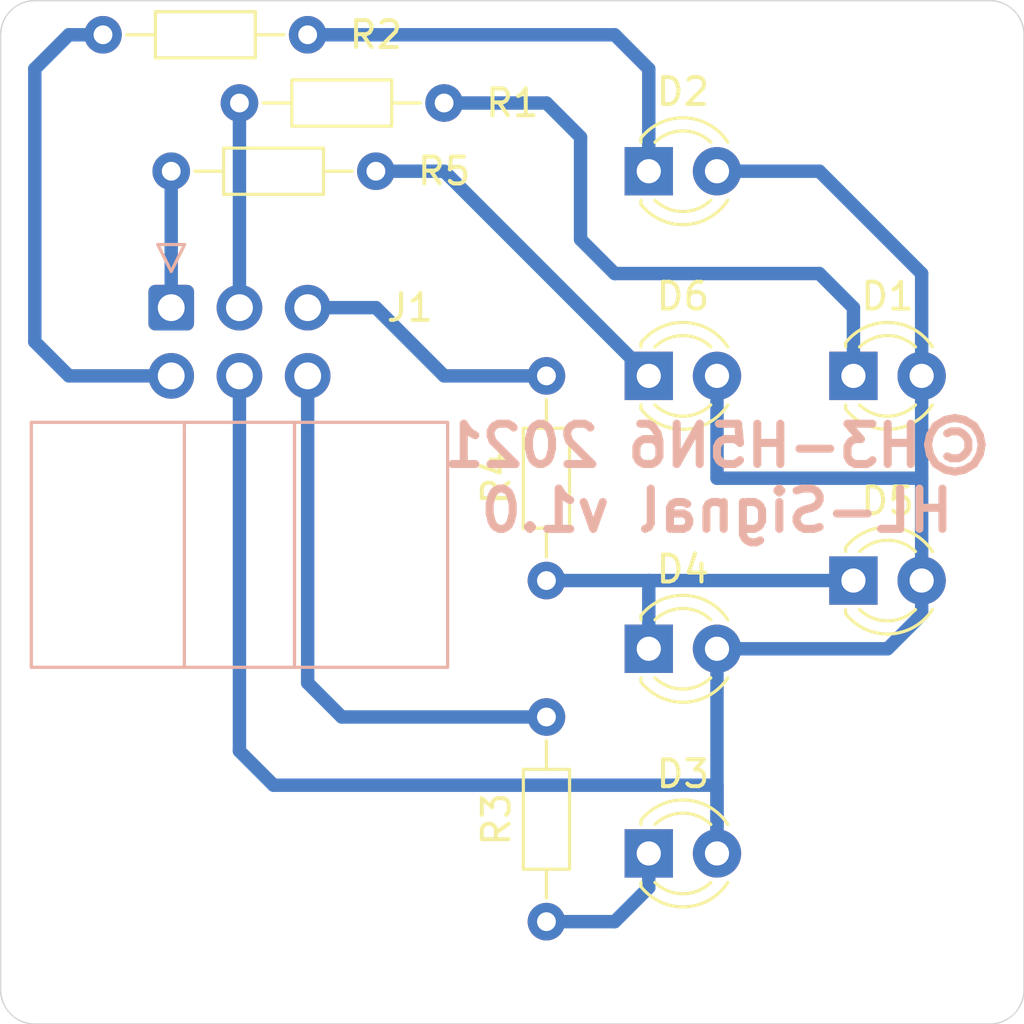
<source format=kicad_pcb>
(kicad_pcb (version 20171130) (host pcbnew 5.1.10)

  (general
    (thickness 1.6)
    (drawings 9)
    (tracks 45)
    (zones 0)
    (modules 14)
    (nets 12)
  )

  (page A4)
  (layers
    (0 F.Cu signal)
    (31 B.Cu signal)
    (32 B.Adhes user hide)
    (33 F.Adhes user hide)
    (34 B.Paste user hide)
    (35 F.Paste user hide)
    (36 B.SilkS user)
    (37 F.SilkS user)
    (38 B.Mask user)
    (39 F.Mask user hide)
    (40 Dwgs.User user hide)
    (41 Cmts.User user hide)
    (42 Eco1.User user hide)
    (43 Eco2.User user hide)
    (44 Edge.Cuts user)
    (45 Margin user)
    (46 B.CrtYd user)
    (47 F.CrtYd user)
    (48 B.Fab user hide)
    (49 F.Fab user hide)
  )

  (setup
    (last_trace_width 0.5)
    (trace_clearance 0.2)
    (zone_clearance 0.508)
    (zone_45_only no)
    (trace_min 0.2)
    (via_size 0.8)
    (via_drill 0.4)
    (via_min_size 0.4)
    (via_min_drill 0.3)
    (uvia_size 0.3)
    (uvia_drill 0.1)
    (uvias_allowed no)
    (uvia_min_size 0.2)
    (uvia_min_drill 0.1)
    (edge_width 0.05)
    (segment_width 1)
    (pcb_text_width 0.3)
    (pcb_text_size 1.5 1.5)
    (mod_edge_width 0.12)
    (mod_text_size 1 1)
    (mod_text_width 0.15)
    (pad_size 1.524 1.524)
    (pad_drill 0.762)
    (pad_to_mask_clearance 0)
    (aux_axis_origin 0 0)
    (visible_elements FFFFFF7F)
    (pcbplotparams
      (layerselection 0x010fc_ffffffff)
      (usegerberextensions true)
      (usegerberattributes false)
      (usegerberadvancedattributes false)
      (creategerberjobfile false)
      (excludeedgelayer true)
      (linewidth 0.100000)
      (plotframeref false)
      (viasonmask false)
      (mode 1)
      (useauxorigin false)
      (hpglpennumber 1)
      (hpglpenspeed 20)
      (hpglpendiameter 15.000000)
      (psnegative false)
      (psa4output false)
      (plotreference true)
      (plotvalue false)
      (plotinvisibletext false)
      (padsonsilk false)
      (subtractmaskfromsilk true)
      (outputformat 1)
      (mirror false)
      (drillshape 0)
      (scaleselection 1)
      (outputdirectory "polt"))
  )

  (net 0 "")
  (net 1 +5P)
  (net 2 "Net-(D1-Pad1)")
  (net 3 "Net-(D2-Pad1)")
  (net 4 "Net-(D3-Pad1)")
  (net 5 "Net-(D4-Pad1)")
  (net 6 "Net-(D6-Pad1)")
  (net 7 "Net-(J1-Pad5)")
  (net 8 "Net-(J1-Pad3)")
  (net 9 "Net-(J1-Pad2)")
  (net 10 "Net-(J1-Pad1)")
  (net 11 "Net-(J1-Pad6)")

  (net_class Default "This is the default net class."
    (clearance 0.2)
    (trace_width 0.5)
    (via_dia 0.8)
    (via_drill 0.4)
    (uvia_dia 0.3)
    (uvia_drill 0.1)
    (add_net +5P)
    (add_net "Net-(D1-Pad1)")
    (add_net "Net-(D2-Pad1)")
    (add_net "Net-(D3-Pad1)")
    (add_net "Net-(D4-Pad1)")
    (add_net "Net-(D6-Pad1)")
    (add_net "Net-(J1-Pad1)")
    (add_net "Net-(J1-Pad2)")
    (add_net "Net-(J1-Pad3)")
    (add_net "Net-(J1-Pad5)")
    (add_net "Net-(J1-Pad6)")
  )

  (module Mounting_Holes:MountingHole_3.2mm_M3 (layer F.Cu) (tedit 56D1B4CB) (tstamp 608F3D52)
    (at 59.69 29.21)
    (descr "Mounting Hole 3.2mm, no annular, M3")
    (tags "mounting hole 3.2mm no annular m3")
    (path /608F4395)
    (attr virtual)
    (fp_text reference H1 (at 0 -4.2) (layer F.SilkS) hide
      (effects (font (size 1 1) (thickness 0.15)))
    )
    (fp_text value MountingHole (at 0 4.2) (layer F.Fab) hide
      (effects (font (size 1 1) (thickness 0.15)))
    )
    (fp_circle (center 0 0) (end 3.45 0) (layer F.CrtYd) (width 0.05))
    (fp_circle (center 0 0) (end 3.2 0) (layer Cmts.User) (width 0.15))
    (fp_text user %R (at 0.3 0) (layer F.Fab) hide
      (effects (font (size 1 1) (thickness 0.15)))
    )
    (pad 1 np_thru_hole circle (at 0 0) (size 3.2 3.2) (drill 3.2) (layers *.Cu *.Mask))
  )

  (module LEDs:LED_D3.0mm (layer F.Cu) (tedit 587A3A7B) (tstamp 607A092B)
    (at 57.15 39.37)
    (descr "LED, diameter 3.0mm, 2 pins")
    (tags "LED diameter 3.0mm 2 pins")
    (path /607A062E)
    (fp_text reference D1 (at 1.27 -2.96) (layer F.SilkS)
      (effects (font (size 1 1) (thickness 0.15)))
    )
    (fp_text value "Rot 2" (at 1.27 2.96) (layer F.Fab)
      (effects (font (size 1 1) (thickness 0.15)))
    )
    (fp_circle (center 1.27 0) (end 2.77 0) (layer F.Fab) (width 0.1))
    (fp_line (start -0.23 -1.16619) (end -0.23 1.16619) (layer F.Fab) (width 0.1))
    (fp_line (start -0.29 -1.236) (end -0.29 -1.08) (layer F.SilkS) (width 0.12))
    (fp_line (start -0.29 1.08) (end -0.29 1.236) (layer F.SilkS) (width 0.12))
    (fp_line (start -1.15 -2.25) (end -1.15 2.25) (layer F.CrtYd) (width 0.05))
    (fp_line (start -1.15 2.25) (end 3.7 2.25) (layer F.CrtYd) (width 0.05))
    (fp_line (start 3.7 2.25) (end 3.7 -2.25) (layer F.CrtYd) (width 0.05))
    (fp_line (start 3.7 -2.25) (end -1.15 -2.25) (layer F.CrtYd) (width 0.05))
    (fp_arc (start 1.27 0) (end 0.229039 1.08) (angle -87.9) (layer F.SilkS) (width 0.12))
    (fp_arc (start 1.27 0) (end 0.229039 -1.08) (angle 87.9) (layer F.SilkS) (width 0.12))
    (fp_arc (start 1.27 0) (end -0.29 1.235516) (angle -108.8) (layer F.SilkS) (width 0.12))
    (fp_arc (start 1.27 0) (end -0.29 -1.235516) (angle 108.8) (layer F.SilkS) (width 0.12))
    (fp_arc (start 1.27 0) (end -0.23 -1.16619) (angle 284.3) (layer F.Fab) (width 0.1))
    (pad 2 thru_hole circle (at 2.54 0) (size 1.8 1.8) (drill 0.9) (layers *.Cu *.Mask)
      (net 1 +5P))
    (pad 1 thru_hole rect (at 0 0) (size 1.8 1.8) (drill 0.9) (layers *.Cu *.Mask)
      (net 2 "Net-(D1-Pad1)"))
    (model ${KISYS3DMOD}/LEDs.3dshapes/LED_D3.0mm.wrl
      (at (xyz 0 0 0))
      (scale (xyz 0.393701 0.393701 0.393701))
      (rotate (xyz 0 0 0))
    )
  )

  (module LEDs:LED_D3.0mm (layer F.Cu) (tedit 587A3A7B) (tstamp 607A093E)
    (at 49.53 31.75)
    (descr "LED, diameter 3.0mm, 2 pins")
    (tags "LED diameter 3.0mm 2 pins")
    (path /607A3A55)
    (fp_text reference D2 (at 1.27 -2.96) (layer F.SilkS)
      (effects (font (size 1 1) (thickness 0.15)))
    )
    (fp_text value Grün (at 1.27 2.96) (layer F.Fab)
      (effects (font (size 1 1) (thickness 0.15)))
    )
    (fp_line (start 3.7 -2.25) (end -1.15 -2.25) (layer F.CrtYd) (width 0.05))
    (fp_line (start 3.7 2.25) (end 3.7 -2.25) (layer F.CrtYd) (width 0.05))
    (fp_line (start -1.15 2.25) (end 3.7 2.25) (layer F.CrtYd) (width 0.05))
    (fp_line (start -1.15 -2.25) (end -1.15 2.25) (layer F.CrtYd) (width 0.05))
    (fp_line (start -0.29 1.08) (end -0.29 1.236) (layer F.SilkS) (width 0.12))
    (fp_line (start -0.29 -1.236) (end -0.29 -1.08) (layer F.SilkS) (width 0.12))
    (fp_line (start -0.23 -1.16619) (end -0.23 1.16619) (layer F.Fab) (width 0.1))
    (fp_circle (center 1.27 0) (end 2.77 0) (layer F.Fab) (width 0.1))
    (fp_arc (start 1.27 0) (end -0.23 -1.16619) (angle 284.3) (layer F.Fab) (width 0.1))
    (fp_arc (start 1.27 0) (end -0.29 -1.235516) (angle 108.8) (layer F.SilkS) (width 0.12))
    (fp_arc (start 1.27 0) (end -0.29 1.235516) (angle -108.8) (layer F.SilkS) (width 0.12))
    (fp_arc (start 1.27 0) (end 0.229039 -1.08) (angle 87.9) (layer F.SilkS) (width 0.12))
    (fp_arc (start 1.27 0) (end 0.229039 1.08) (angle -87.9) (layer F.SilkS) (width 0.12))
    (pad 1 thru_hole rect (at 0 0) (size 1.8 1.8) (drill 0.9) (layers *.Cu *.Mask)
      (net 3 "Net-(D2-Pad1)"))
    (pad 2 thru_hole circle (at 2.54 0) (size 1.8 1.8) (drill 0.9) (layers *.Cu *.Mask)
      (net 1 +5P))
    (model ${KISYS3DMOD}/LEDs.3dshapes/LED_D3.0mm.wrl
      (at (xyz 0 0 0))
      (scale (xyz 0.393701 0.393701 0.393701))
      (rotate (xyz 0 0 0))
    )
  )

  (module LEDs:LED_D3.0mm (layer F.Cu) (tedit 587A3A7B) (tstamp 607A0951)
    (at 49.53 57.15)
    (descr "LED, diameter 3.0mm, 2 pins")
    (tags "LED diameter 3.0mm 2 pins")
    (path /607A462B)
    (fp_text reference D3 (at 1.27 -2.96) (layer F.SilkS)
      (effects (font (size 1 1) (thickness 0.15)))
    )
    (fp_text value Gelb (at 1.27 2.96) (layer F.Fab)
      (effects (font (size 1 1) (thickness 0.15)))
    )
    (fp_circle (center 1.27 0) (end 2.77 0) (layer F.Fab) (width 0.1))
    (fp_line (start -0.23 -1.16619) (end -0.23 1.16619) (layer F.Fab) (width 0.1))
    (fp_line (start -0.29 -1.236) (end -0.29 -1.08) (layer F.SilkS) (width 0.12))
    (fp_line (start -0.29 1.08) (end -0.29 1.236) (layer F.SilkS) (width 0.12))
    (fp_line (start -1.15 -2.25) (end -1.15 2.25) (layer F.CrtYd) (width 0.05))
    (fp_line (start -1.15 2.25) (end 3.7 2.25) (layer F.CrtYd) (width 0.05))
    (fp_line (start 3.7 2.25) (end 3.7 -2.25) (layer F.CrtYd) (width 0.05))
    (fp_line (start 3.7 -2.25) (end -1.15 -2.25) (layer F.CrtYd) (width 0.05))
    (fp_arc (start 1.27 0) (end 0.229039 1.08) (angle -87.9) (layer F.SilkS) (width 0.12))
    (fp_arc (start 1.27 0) (end 0.229039 -1.08) (angle 87.9) (layer F.SilkS) (width 0.12))
    (fp_arc (start 1.27 0) (end -0.29 1.235516) (angle -108.8) (layer F.SilkS) (width 0.12))
    (fp_arc (start 1.27 0) (end -0.29 -1.235516) (angle 108.8) (layer F.SilkS) (width 0.12))
    (fp_arc (start 1.27 0) (end -0.23 -1.16619) (angle 284.3) (layer F.Fab) (width 0.1))
    (pad 2 thru_hole circle (at 2.54 0) (size 1.8 1.8) (drill 0.9) (layers *.Cu *.Mask)
      (net 1 +5P))
    (pad 1 thru_hole rect (at 0 0) (size 1.8 1.8) (drill 0.9) (layers *.Cu *.Mask)
      (net 4 "Net-(D3-Pad1)"))
    (model ${KISYS3DMOD}/LEDs.3dshapes/LED_D3.0mm.wrl
      (at (xyz 0 0 0))
      (scale (xyz 0.393701 0.393701 0.393701))
      (rotate (xyz 0 0 0))
    )
  )

  (module LEDs:LED_D3.0mm (layer F.Cu) (tedit 587A3A7B) (tstamp 607A0964)
    (at 49.53 49.53)
    (descr "LED, diameter 3.0mm, 2 pins")
    (tags "LED diameter 3.0mm 2 pins")
    (path /607A4EA5)
    (fp_text reference D4 (at 1.27 -2.96) (layer F.SilkS)
      (effects (font (size 1 1) (thickness 0.15)))
    )
    (fp_text value Weiß (at 1.27 2.96) (layer F.Fab)
      (effects (font (size 1 1) (thickness 0.15)))
    )
    (fp_line (start 3.7 -2.25) (end -1.15 -2.25) (layer F.CrtYd) (width 0.05))
    (fp_line (start 3.7 2.25) (end 3.7 -2.25) (layer F.CrtYd) (width 0.05))
    (fp_line (start -1.15 2.25) (end 3.7 2.25) (layer F.CrtYd) (width 0.05))
    (fp_line (start -1.15 -2.25) (end -1.15 2.25) (layer F.CrtYd) (width 0.05))
    (fp_line (start -0.29 1.08) (end -0.29 1.236) (layer F.SilkS) (width 0.12))
    (fp_line (start -0.29 -1.236) (end -0.29 -1.08) (layer F.SilkS) (width 0.12))
    (fp_line (start -0.23 -1.16619) (end -0.23 1.16619) (layer F.Fab) (width 0.1))
    (fp_circle (center 1.27 0) (end 2.77 0) (layer F.Fab) (width 0.1))
    (fp_arc (start 1.27 0) (end -0.23 -1.16619) (angle 284.3) (layer F.Fab) (width 0.1))
    (fp_arc (start 1.27 0) (end -0.29 -1.235516) (angle 108.8) (layer F.SilkS) (width 0.12))
    (fp_arc (start 1.27 0) (end -0.29 1.235516) (angle -108.8) (layer F.SilkS) (width 0.12))
    (fp_arc (start 1.27 0) (end 0.229039 -1.08) (angle 87.9) (layer F.SilkS) (width 0.12))
    (fp_arc (start 1.27 0) (end 0.229039 1.08) (angle -87.9) (layer F.SilkS) (width 0.12))
    (pad 1 thru_hole rect (at 0 0) (size 1.8 1.8) (drill 0.9) (layers *.Cu *.Mask)
      (net 5 "Net-(D4-Pad1)"))
    (pad 2 thru_hole circle (at 2.54 0) (size 1.8 1.8) (drill 0.9) (layers *.Cu *.Mask)
      (net 1 +5P))
    (model ${KISYS3DMOD}/LEDs.3dshapes/LED_D3.0mm.wrl
      (at (xyz 0 0 0))
      (scale (xyz 0.393701 0.393701 0.393701))
      (rotate (xyz 0 0 0))
    )
  )

  (module LEDs:LED_D3.0mm (layer F.Cu) (tedit 587A3A7B) (tstamp 607A0977)
    (at 57.15 46.99)
    (descr "LED, diameter 3.0mm, 2 pins")
    (tags "LED diameter 3.0mm 2 pins")
    (path /607A5C61)
    (fp_text reference D5 (at 1.27 -2.96) (layer F.SilkS)
      (effects (font (size 1 1) (thickness 0.15)))
    )
    (fp_text value Weiß (at 1.27 2.96) (layer F.Fab)
      (effects (font (size 1 1) (thickness 0.15)))
    )
    (fp_circle (center 1.27 0) (end 2.77 0) (layer F.Fab) (width 0.1))
    (fp_line (start -0.23 -1.16619) (end -0.23 1.16619) (layer F.Fab) (width 0.1))
    (fp_line (start -0.29 -1.236) (end -0.29 -1.08) (layer F.SilkS) (width 0.12))
    (fp_line (start -0.29 1.08) (end -0.29 1.236) (layer F.SilkS) (width 0.12))
    (fp_line (start -1.15 -2.25) (end -1.15 2.25) (layer F.CrtYd) (width 0.05))
    (fp_line (start -1.15 2.25) (end 3.7 2.25) (layer F.CrtYd) (width 0.05))
    (fp_line (start 3.7 2.25) (end 3.7 -2.25) (layer F.CrtYd) (width 0.05))
    (fp_line (start 3.7 -2.25) (end -1.15 -2.25) (layer F.CrtYd) (width 0.05))
    (fp_arc (start 1.27 0) (end 0.229039 1.08) (angle -87.9) (layer F.SilkS) (width 0.12))
    (fp_arc (start 1.27 0) (end 0.229039 -1.08) (angle 87.9) (layer F.SilkS) (width 0.12))
    (fp_arc (start 1.27 0) (end -0.29 1.235516) (angle -108.8) (layer F.SilkS) (width 0.12))
    (fp_arc (start 1.27 0) (end -0.29 -1.235516) (angle 108.8) (layer F.SilkS) (width 0.12))
    (fp_arc (start 1.27 0) (end -0.23 -1.16619) (angle 284.3) (layer F.Fab) (width 0.1))
    (pad 2 thru_hole circle (at 2.54 0) (size 1.8 1.8) (drill 0.9) (layers *.Cu *.Mask)
      (net 1 +5P))
    (pad 1 thru_hole rect (at 0 0) (size 1.8 1.8) (drill 0.9) (layers *.Cu *.Mask)
      (net 5 "Net-(D4-Pad1)"))
    (model ${KISYS3DMOD}/LEDs.3dshapes/LED_D3.0mm.wrl
      (at (xyz 0 0 0))
      (scale (xyz 0.393701 0.393701 0.393701))
      (rotate (xyz 0 0 0))
    )
  )

  (module LEDs:LED_D3.0mm (layer F.Cu) (tedit 587A3A7B) (tstamp 607A098A)
    (at 49.53 39.37)
    (descr "LED, diameter 3.0mm, 2 pins")
    (tags "LED diameter 3.0mm 2 pins")
    (path /607B3361)
    (fp_text reference D6 (at 1.27 -2.96) (layer F.SilkS)
      (effects (font (size 1 1) (thickness 0.15)))
    )
    (fp_text value "Rot 1" (at 1.27 2.96) (layer F.Fab)
      (effects (font (size 1 1) (thickness 0.15)))
    )
    (fp_line (start 3.7 -2.25) (end -1.15 -2.25) (layer F.CrtYd) (width 0.05))
    (fp_line (start 3.7 2.25) (end 3.7 -2.25) (layer F.CrtYd) (width 0.05))
    (fp_line (start -1.15 2.25) (end 3.7 2.25) (layer F.CrtYd) (width 0.05))
    (fp_line (start -1.15 -2.25) (end -1.15 2.25) (layer F.CrtYd) (width 0.05))
    (fp_line (start -0.29 1.08) (end -0.29 1.236) (layer F.SilkS) (width 0.12))
    (fp_line (start -0.29 -1.236) (end -0.29 -1.08) (layer F.SilkS) (width 0.12))
    (fp_line (start -0.23 -1.16619) (end -0.23 1.16619) (layer F.Fab) (width 0.1))
    (fp_circle (center 1.27 0) (end 2.77 0) (layer F.Fab) (width 0.1))
    (fp_arc (start 1.27 0) (end -0.23 -1.16619) (angle 284.3) (layer F.Fab) (width 0.1))
    (fp_arc (start 1.27 0) (end -0.29 -1.235516) (angle 108.8) (layer F.SilkS) (width 0.12))
    (fp_arc (start 1.27 0) (end -0.29 1.235516) (angle -108.8) (layer F.SilkS) (width 0.12))
    (fp_arc (start 1.27 0) (end 0.229039 -1.08) (angle 87.9) (layer F.SilkS) (width 0.12))
    (fp_arc (start 1.27 0) (end 0.229039 1.08) (angle -87.9) (layer F.SilkS) (width 0.12))
    (pad 1 thru_hole rect (at 0 0) (size 1.8 1.8) (drill 0.9) (layers *.Cu *.Mask)
      (net 6 "Net-(D6-Pad1)"))
    (pad 2 thru_hole circle (at 2.54 0) (size 1.8 1.8) (drill 0.9) (layers *.Cu *.Mask)
      (net 1 +5P))
    (model ${KISYS3DMOD}/LEDs.3dshapes/LED_D3.0mm.wrl
      (at (xyz 0 0 0))
      (scale (xyz 0.393701 0.393701 0.393701))
      (rotate (xyz 0 0 0))
    )
  )

  (module Resistors_THT:R_Axial_DIN0204_L3.6mm_D1.6mm_P7.62mm_Horizontal (layer F.Cu) (tedit 5874F706) (tstamp 607A09A0)
    (at 41.91 29.21 180)
    (descr "Resistor, Axial_DIN0204 series, Axial, Horizontal, pin pitch=7.62mm, 0.16666666666666666W = 1/6W, length*diameter=3.6*1.6mm^2, http://cdn-reichelt.de/documents/datenblatt/B400/1_4W%23YAG.pdf")
    (tags "Resistor Axial_DIN0204 series Axial Horizontal pin pitch 7.62mm 0.16666666666666666W = 1/6W length 3.6mm diameter 1.6mm")
    (path /607A174E)
    (fp_text reference R1 (at -2.54 0) (layer F.SilkS)
      (effects (font (size 1 1) (thickness 0.15)))
    )
    (fp_text value R (at 3.81 1.86) (layer F.Fab)
      (effects (font (size 1 1) (thickness 0.15)))
    )
    (fp_line (start 2.01 -0.8) (end 2.01 0.8) (layer F.Fab) (width 0.1))
    (fp_line (start 2.01 0.8) (end 5.61 0.8) (layer F.Fab) (width 0.1))
    (fp_line (start 5.61 0.8) (end 5.61 -0.8) (layer F.Fab) (width 0.1))
    (fp_line (start 5.61 -0.8) (end 2.01 -0.8) (layer F.Fab) (width 0.1))
    (fp_line (start 0 0) (end 2.01 0) (layer F.Fab) (width 0.1))
    (fp_line (start 7.62 0) (end 5.61 0) (layer F.Fab) (width 0.1))
    (fp_line (start 1.95 -0.86) (end 1.95 0.86) (layer F.SilkS) (width 0.12))
    (fp_line (start 1.95 0.86) (end 5.67 0.86) (layer F.SilkS) (width 0.12))
    (fp_line (start 5.67 0.86) (end 5.67 -0.86) (layer F.SilkS) (width 0.12))
    (fp_line (start 5.67 -0.86) (end 1.95 -0.86) (layer F.SilkS) (width 0.12))
    (fp_line (start 0.88 0) (end 1.95 0) (layer F.SilkS) (width 0.12))
    (fp_line (start 6.74 0) (end 5.67 0) (layer F.SilkS) (width 0.12))
    (fp_line (start -0.95 -1.15) (end -0.95 1.15) (layer F.CrtYd) (width 0.05))
    (fp_line (start -0.95 1.15) (end 8.6 1.15) (layer F.CrtYd) (width 0.05))
    (fp_line (start 8.6 1.15) (end 8.6 -1.15) (layer F.CrtYd) (width 0.05))
    (fp_line (start 8.6 -1.15) (end -0.95 -1.15) (layer F.CrtYd) (width 0.05))
    (pad 2 thru_hole oval (at 7.62 0 180) (size 1.4 1.4) (drill 0.7) (layers *.Cu *.Mask)
      (net 8 "Net-(J1-Pad3)"))
    (pad 1 thru_hole circle (at 0 0 180) (size 1.4 1.4) (drill 0.7) (layers *.Cu *.Mask)
      (net 2 "Net-(D1-Pad1)"))
    (model ${KISYS3DMOD}/Resistors_THT.3dshapes/R_Axial_DIN0204_L3.6mm_D1.6mm_P7.62mm_Horizontal.wrl
      (at (xyz 0 0 0))
      (scale (xyz 0.393701 0.393701 0.393701))
      (rotate (xyz 0 0 0))
    )
  )

  (module Resistors_THT:R_Axial_DIN0204_L3.6mm_D1.6mm_P7.62mm_Horizontal (layer F.Cu) (tedit 5874F706) (tstamp 607A09B6)
    (at 36.83 26.67 180)
    (descr "Resistor, Axial_DIN0204 series, Axial, Horizontal, pin pitch=7.62mm, 0.16666666666666666W = 1/6W, length*diameter=3.6*1.6mm^2, http://cdn-reichelt.de/documents/datenblatt/B400/1_4W%23YAG.pdf")
    (tags "Resistor Axial_DIN0204 series Axial Horizontal pin pitch 7.62mm 0.16666666666666666W = 1/6W length 3.6mm diameter 1.6mm")
    (path /607A3A5B)
    (fp_text reference R2 (at -2.54 0) (layer F.SilkS)
      (effects (font (size 1 1) (thickness 0.15)))
    )
    (fp_text value R (at 3.81 1.86) (layer F.Fab)
      (effects (font (size 1 1) (thickness 0.15)))
    )
    (fp_line (start 8.6 -1.15) (end -0.95 -1.15) (layer F.CrtYd) (width 0.05))
    (fp_line (start 8.6 1.15) (end 8.6 -1.15) (layer F.CrtYd) (width 0.05))
    (fp_line (start -0.95 1.15) (end 8.6 1.15) (layer F.CrtYd) (width 0.05))
    (fp_line (start -0.95 -1.15) (end -0.95 1.15) (layer F.CrtYd) (width 0.05))
    (fp_line (start 6.74 0) (end 5.67 0) (layer F.SilkS) (width 0.12))
    (fp_line (start 0.88 0) (end 1.95 0) (layer F.SilkS) (width 0.12))
    (fp_line (start 5.67 -0.86) (end 1.95 -0.86) (layer F.SilkS) (width 0.12))
    (fp_line (start 5.67 0.86) (end 5.67 -0.86) (layer F.SilkS) (width 0.12))
    (fp_line (start 1.95 0.86) (end 5.67 0.86) (layer F.SilkS) (width 0.12))
    (fp_line (start 1.95 -0.86) (end 1.95 0.86) (layer F.SilkS) (width 0.12))
    (fp_line (start 7.62 0) (end 5.61 0) (layer F.Fab) (width 0.1))
    (fp_line (start 0 0) (end 2.01 0) (layer F.Fab) (width 0.1))
    (fp_line (start 5.61 -0.8) (end 2.01 -0.8) (layer F.Fab) (width 0.1))
    (fp_line (start 5.61 0.8) (end 5.61 -0.8) (layer F.Fab) (width 0.1))
    (fp_line (start 2.01 0.8) (end 5.61 0.8) (layer F.Fab) (width 0.1))
    (fp_line (start 2.01 -0.8) (end 2.01 0.8) (layer F.Fab) (width 0.1))
    (pad 1 thru_hole circle (at 0 0 180) (size 1.4 1.4) (drill 0.7) (layers *.Cu *.Mask)
      (net 3 "Net-(D2-Pad1)"))
    (pad 2 thru_hole oval (at 7.62 0 180) (size 1.4 1.4) (drill 0.7) (layers *.Cu *.Mask)
      (net 9 "Net-(J1-Pad2)"))
    (model ${KISYS3DMOD}/Resistors_THT.3dshapes/R_Axial_DIN0204_L3.6mm_D1.6mm_P7.62mm_Horizontal.wrl
      (at (xyz 0 0 0))
      (scale (xyz 0.393701 0.393701 0.393701))
      (rotate (xyz 0 0 0))
    )
  )

  (module Resistors_THT:R_Axial_DIN0204_L3.6mm_D1.6mm_P7.62mm_Horizontal (layer F.Cu) (tedit 5874F706) (tstamp 607A09CC)
    (at 45.72 59.69 90)
    (descr "Resistor, Axial_DIN0204 series, Axial, Horizontal, pin pitch=7.62mm, 0.16666666666666666W = 1/6W, length*diameter=3.6*1.6mm^2, http://cdn-reichelt.de/documents/datenblatt/B400/1_4W%23YAG.pdf")
    (tags "Resistor Axial_DIN0204 series Axial Horizontal pin pitch 7.62mm 0.16666666666666666W = 1/6W length 3.6mm diameter 1.6mm")
    (path /607A4631)
    (fp_text reference R3 (at 3.81 -1.86 90) (layer F.SilkS)
      (effects (font (size 1 1) (thickness 0.15)))
    )
    (fp_text value R (at 3.81 1.86 90) (layer F.Fab)
      (effects (font (size 1 1) (thickness 0.15)))
    )
    (fp_line (start 8.6 -1.15) (end -0.95 -1.15) (layer F.CrtYd) (width 0.05))
    (fp_line (start 8.6 1.15) (end 8.6 -1.15) (layer F.CrtYd) (width 0.05))
    (fp_line (start -0.95 1.15) (end 8.6 1.15) (layer F.CrtYd) (width 0.05))
    (fp_line (start -0.95 -1.15) (end -0.95 1.15) (layer F.CrtYd) (width 0.05))
    (fp_line (start 6.74 0) (end 5.67 0) (layer F.SilkS) (width 0.12))
    (fp_line (start 0.88 0) (end 1.95 0) (layer F.SilkS) (width 0.12))
    (fp_line (start 5.67 -0.86) (end 1.95 -0.86) (layer F.SilkS) (width 0.12))
    (fp_line (start 5.67 0.86) (end 5.67 -0.86) (layer F.SilkS) (width 0.12))
    (fp_line (start 1.95 0.86) (end 5.67 0.86) (layer F.SilkS) (width 0.12))
    (fp_line (start 1.95 -0.86) (end 1.95 0.86) (layer F.SilkS) (width 0.12))
    (fp_line (start 7.62 0) (end 5.61 0) (layer F.Fab) (width 0.1))
    (fp_line (start 0 0) (end 2.01 0) (layer F.Fab) (width 0.1))
    (fp_line (start 5.61 -0.8) (end 2.01 -0.8) (layer F.Fab) (width 0.1))
    (fp_line (start 5.61 0.8) (end 5.61 -0.8) (layer F.Fab) (width 0.1))
    (fp_line (start 2.01 0.8) (end 5.61 0.8) (layer F.Fab) (width 0.1))
    (fp_line (start 2.01 -0.8) (end 2.01 0.8) (layer F.Fab) (width 0.1))
    (pad 1 thru_hole circle (at 0 0 90) (size 1.4 1.4) (drill 0.7) (layers *.Cu *.Mask)
      (net 4 "Net-(D3-Pad1)"))
    (pad 2 thru_hole oval (at 7.62 0 90) (size 1.4 1.4) (drill 0.7) (layers *.Cu *.Mask)
      (net 11 "Net-(J1-Pad6)"))
    (model ${KISYS3DMOD}/Resistors_THT.3dshapes/R_Axial_DIN0204_L3.6mm_D1.6mm_P7.62mm_Horizontal.wrl
      (at (xyz 0 0 0))
      (scale (xyz 0.393701 0.393701 0.393701))
      (rotate (xyz 0 0 0))
    )
  )

  (module Resistors_THT:R_Axial_DIN0204_L3.6mm_D1.6mm_P7.62mm_Horizontal (layer F.Cu) (tedit 5874F706) (tstamp 607A09E2)
    (at 45.72 46.99 90)
    (descr "Resistor, Axial_DIN0204 series, Axial, Horizontal, pin pitch=7.62mm, 0.16666666666666666W = 1/6W, length*diameter=3.6*1.6mm^2, http://cdn-reichelt.de/documents/datenblatt/B400/1_4W%23YAG.pdf")
    (tags "Resistor Axial_DIN0204 series Axial Horizontal pin pitch 7.62mm 0.16666666666666666W = 1/6W length 3.6mm diameter 1.6mm")
    (path /607A4EAB)
    (fp_text reference R4 (at 3.81 -1.86 90) (layer F.SilkS)
      (effects (font (size 1 1) (thickness 0.15)))
    )
    (fp_text value R (at 3.81 1.86 90) (layer F.Fab)
      (effects (font (size 1 1) (thickness 0.15)))
    )
    (fp_line (start 2.01 -0.8) (end 2.01 0.8) (layer F.Fab) (width 0.1))
    (fp_line (start 2.01 0.8) (end 5.61 0.8) (layer F.Fab) (width 0.1))
    (fp_line (start 5.61 0.8) (end 5.61 -0.8) (layer F.Fab) (width 0.1))
    (fp_line (start 5.61 -0.8) (end 2.01 -0.8) (layer F.Fab) (width 0.1))
    (fp_line (start 0 0) (end 2.01 0) (layer F.Fab) (width 0.1))
    (fp_line (start 7.62 0) (end 5.61 0) (layer F.Fab) (width 0.1))
    (fp_line (start 1.95 -0.86) (end 1.95 0.86) (layer F.SilkS) (width 0.12))
    (fp_line (start 1.95 0.86) (end 5.67 0.86) (layer F.SilkS) (width 0.12))
    (fp_line (start 5.67 0.86) (end 5.67 -0.86) (layer F.SilkS) (width 0.12))
    (fp_line (start 5.67 -0.86) (end 1.95 -0.86) (layer F.SilkS) (width 0.12))
    (fp_line (start 0.88 0) (end 1.95 0) (layer F.SilkS) (width 0.12))
    (fp_line (start 6.74 0) (end 5.67 0) (layer F.SilkS) (width 0.12))
    (fp_line (start -0.95 -1.15) (end -0.95 1.15) (layer F.CrtYd) (width 0.05))
    (fp_line (start -0.95 1.15) (end 8.6 1.15) (layer F.CrtYd) (width 0.05))
    (fp_line (start 8.6 1.15) (end 8.6 -1.15) (layer F.CrtYd) (width 0.05))
    (fp_line (start 8.6 -1.15) (end -0.95 -1.15) (layer F.CrtYd) (width 0.05))
    (pad 2 thru_hole oval (at 7.62 0 90) (size 1.4 1.4) (drill 0.7) (layers *.Cu *.Mask)
      (net 7 "Net-(J1-Pad5)"))
    (pad 1 thru_hole circle (at 0 0 90) (size 1.4 1.4) (drill 0.7) (layers *.Cu *.Mask)
      (net 5 "Net-(D4-Pad1)"))
    (model ${KISYS3DMOD}/Resistors_THT.3dshapes/R_Axial_DIN0204_L3.6mm_D1.6mm_P7.62mm_Horizontal.wrl
      (at (xyz 0 0 0))
      (scale (xyz 0.393701 0.393701 0.393701))
      (rotate (xyz 0 0 0))
    )
  )

  (module Resistors_THT:R_Axial_DIN0204_L3.6mm_D1.6mm_P7.62mm_Horizontal (layer F.Cu) (tedit 5874F706) (tstamp 607A09F8)
    (at 39.37 31.75 180)
    (descr "Resistor, Axial_DIN0204 series, Axial, Horizontal, pin pitch=7.62mm, 0.16666666666666666W = 1/6W, length*diameter=3.6*1.6mm^2, http://cdn-reichelt.de/documents/datenblatt/B400/1_4W%23YAG.pdf")
    (tags "Resistor Axial_DIN0204 series Axial Horizontal pin pitch 7.62mm 0.16666666666666666W = 1/6W length 3.6mm diameter 1.6mm")
    (path /607B3367)
    (fp_text reference R5 (at -2.54 0) (layer F.SilkS)
      (effects (font (size 1 1) (thickness 0.15)))
    )
    (fp_text value R (at 3.81 1.86) (layer F.Fab)
      (effects (font (size 1 1) (thickness 0.15)))
    )
    (fp_line (start 2.01 -0.8) (end 2.01 0.8) (layer F.Fab) (width 0.1))
    (fp_line (start 2.01 0.8) (end 5.61 0.8) (layer F.Fab) (width 0.1))
    (fp_line (start 5.61 0.8) (end 5.61 -0.8) (layer F.Fab) (width 0.1))
    (fp_line (start 5.61 -0.8) (end 2.01 -0.8) (layer F.Fab) (width 0.1))
    (fp_line (start 0 0) (end 2.01 0) (layer F.Fab) (width 0.1))
    (fp_line (start 7.62 0) (end 5.61 0) (layer F.Fab) (width 0.1))
    (fp_line (start 1.95 -0.86) (end 1.95 0.86) (layer F.SilkS) (width 0.12))
    (fp_line (start 1.95 0.86) (end 5.67 0.86) (layer F.SilkS) (width 0.12))
    (fp_line (start 5.67 0.86) (end 5.67 -0.86) (layer F.SilkS) (width 0.12))
    (fp_line (start 5.67 -0.86) (end 1.95 -0.86) (layer F.SilkS) (width 0.12))
    (fp_line (start 0.88 0) (end 1.95 0) (layer F.SilkS) (width 0.12))
    (fp_line (start 6.74 0) (end 5.67 0) (layer F.SilkS) (width 0.12))
    (fp_line (start -0.95 -1.15) (end -0.95 1.15) (layer F.CrtYd) (width 0.05))
    (fp_line (start -0.95 1.15) (end 8.6 1.15) (layer F.CrtYd) (width 0.05))
    (fp_line (start 8.6 1.15) (end 8.6 -1.15) (layer F.CrtYd) (width 0.05))
    (fp_line (start 8.6 -1.15) (end -0.95 -1.15) (layer F.CrtYd) (width 0.05))
    (pad 2 thru_hole oval (at 7.62 0 180) (size 1.4 1.4) (drill 0.7) (layers *.Cu *.Mask)
      (net 10 "Net-(J1-Pad1)"))
    (pad 1 thru_hole circle (at 0 0 180) (size 1.4 1.4) (drill 0.7) (layers *.Cu *.Mask)
      (net 6 "Net-(D6-Pad1)"))
    (model ${KISYS3DMOD}/Resistors_THT.3dshapes/R_Axial_DIN0204_L3.6mm_D1.6mm_P7.62mm_Horizontal.wrl
      (at (xyz 0 0 0))
      (scale (xyz 0.393701 0.393701 0.393701))
      (rotate (xyz 0 0 0))
    )
  )

  (module Connectors_IDC:IDC-Header_2x03_P2.54mm_Horizontal (layer B.Cu) (tedit 5EAC9A08) (tstamp 607B5064)
    (at 31.75 36.83 270)
    (descr "Through hole IDC box header, 2x03, 2.54mm pitch, DIN 41651 / IEC 60603-13, double rows, https://docs.google.com/spreadsheets/d/16SsEcesNF15N3Lb4niX7dcUr-NY5_MFPQhobNuNppn4/edit#gid=0")
    (tags "Through hole horizontal IDC box header THT 2x03 2.54mm double row")
    (path /607A8BE2)
    (fp_text reference J1 (at 0 -8.89) (layer F.SilkS)
      (effects (font (size 1 1) (thickness 0.15)))
    )
    (fp_text value Conn_02x03_Odd_Even (at 6.215 -11.18 270) (layer B.Fab)
      (effects (font (size 1 1) (thickness 0.15)) (justify mirror))
    )
    (fp_line (start 13.78 5.6) (end -1.35 5.6) (layer B.CrtYd) (width 0.05))
    (fp_line (start 13.78 -10.69) (end 13.78 5.6) (layer B.CrtYd) (width 0.05))
    (fp_line (start -1.35 -10.69) (end 13.78 -10.69) (layer B.CrtYd) (width 0.05))
    (fp_line (start -1.35 5.6) (end -1.35 -10.69) (layer B.CrtYd) (width 0.05))
    (fp_line (start -2.35 -0.5) (end -1.35 0) (layer B.SilkS) (width 0.12))
    (fp_line (start -2.35 0.5) (end -2.35 -0.5) (layer B.SilkS) (width 0.12))
    (fp_line (start -1.35 0) (end -2.35 0.5) (layer B.SilkS) (width 0.12))
    (fp_line (start 4.27 -10.29) (end 4.27 5.21) (layer B.SilkS) (width 0.12))
    (fp_line (start 13.39 -10.29) (end 4.27 -10.29) (layer B.SilkS) (width 0.12))
    (fp_line (start 13.39 5.21) (end 13.39 -10.29) (layer B.SilkS) (width 0.12))
    (fp_line (start 4.27 5.21) (end 13.39 5.21) (layer B.SilkS) (width 0.12))
    (fp_line (start 4.38 -10.18) (end 4.38 4.1) (layer B.Fab) (width 0.1))
    (fp_line (start 13.28 -10.18) (end 4.38 -10.18) (layer B.Fab) (width 0.1))
    (fp_line (start 13.28 5.1) (end 13.28 -10.18) (layer B.Fab) (width 0.1))
    (fp_line (start 5.38 5.1) (end 13.28 5.1) (layer B.Fab) (width 0.1))
    (fp_line (start -0.32 -5.4) (end 4.38 -5.4) (layer B.Fab) (width 0.1))
    (fp_line (start -0.32 -4.76) (end -0.32 -5.4) (layer B.Fab) (width 0.1))
    (fp_line (start 4.38 -4.76) (end -0.32 -4.76) (layer B.Fab) (width 0.1))
    (fp_line (start -0.32 -2.86) (end 4.38 -2.86) (layer B.Fab) (width 0.1))
    (fp_line (start -0.32 -2.22) (end -0.32 -2.86) (layer B.Fab) (width 0.1))
    (fp_line (start 4.38 -2.22) (end -0.32 -2.22) (layer B.Fab) (width 0.1))
    (fp_line (start -0.32 -0.32) (end 4.38 -0.32) (layer B.Fab) (width 0.1))
    (fp_line (start -0.32 0.32) (end -0.32 -0.32) (layer B.Fab) (width 0.1))
    (fp_line (start 4.38 0.32) (end -0.32 0.32) (layer B.Fab) (width 0.1))
    (fp_line (start 4.27 -4.59) (end 13.39 -4.59) (layer B.SilkS) (width 0.12))
    (fp_line (start 4.27 -0.49) (end 13.39 -0.49) (layer B.SilkS) (width 0.12))
    (fp_line (start 4.38 -4.59) (end 13.28 -4.59) (layer B.Fab) (width 0.1))
    (fp_line (start 4.38 -0.49) (end 13.28 -0.49) (layer B.Fab) (width 0.1))
    (fp_line (start 4.38 4.1) (end 5.38 5.1) (layer B.Fab) (width 0.1))
    (fp_text user %R (at 8.83 -2.54) (layer B.Fab)
      (effects (font (size 1 1) (thickness 0.15)) (justify mirror))
    )
    (pad 1 thru_hole roundrect (at 0 0 270) (size 1.7 1.7) (drill 1) (layers *.Cu *.Mask) (roundrect_rratio 0.1470588235294118)
      (net 10 "Net-(J1-Pad1)"))
    (pad 3 thru_hole circle (at 0 -2.54 270) (size 1.7 1.7) (drill 1) (layers *.Cu *.Mask)
      (net 8 "Net-(J1-Pad3)"))
    (pad 5 thru_hole circle (at 0 -5.08 270) (size 1.7 1.7) (drill 1) (layers *.Cu *.Mask)
      (net 7 "Net-(J1-Pad5)"))
    (pad 2 thru_hole circle (at 2.54 0 270) (size 1.7 1.7) (drill 1) (layers *.Cu *.Mask)
      (net 9 "Net-(J1-Pad2)"))
    (pad 4 thru_hole circle (at 2.54 -2.54 270) (size 1.7 1.7) (drill 1) (layers *.Cu *.Mask)
      (net 1 +5P))
    (pad 6 thru_hole circle (at 2.54 -5.08 270) (size 1.7 1.7) (drill 1) (layers *.Cu *.Mask)
      (net 11 "Net-(J1-Pad6)"))
    (model ${KISYS3DMOD}/Connector_IDC.3dshapes/IDC-Header_2x03_P2.54mm_Horizontal.wrl
      (at (xyz 0 0 0))
      (scale (xyz 1 1 1))
      (rotate (xyz 0 0 0))
    )
  )

  (module Mounting_Holes:MountingHole_3.2mm_M3 (layer F.Cu) (tedit 56D1B4CB) (tstamp 608F3C63)
    (at 59.69 59.69)
    (descr "Mounting Hole 3.2mm, no annular, M3")
    (tags "mounting hole 3.2mm no annular m3")
    (path /608F4395)
    (attr virtual)
    (fp_text reference H1 (at 0 -4.2) (layer F.SilkS) hide
      (effects (font (size 1 1) (thickness 0.15)))
    )
    (fp_text value MountingHole (at 0 4.2) (layer F.Fab) hide
      (effects (font (size 1 1) (thickness 0.15)))
    )
    (fp_circle (center 0 0) (end 3.2 0) (layer Cmts.User) (width 0.15))
    (fp_circle (center 0 0) (end 3.45 0) (layer F.CrtYd) (width 0.05))
    (fp_text user %R (at 0.3 0) (layer F.Fab) hide
      (effects (font (size 1 1) (thickness 0.15)))
    )
    (pad 1 np_thru_hole circle (at 0 0) (size 3.2 3.2) (drill 3.2) (layers *.Cu *.Mask))
  )

  (gr_text "©H3-H5N6 2021\nHL-Signal v1.0" (at 52.07 43.18) (layer B.SilkS)
    (effects (font (size 1.5 1.5) (thickness 0.3)) (justify mirror))
  )
  (gr_arc (start 62.23 62.23) (end 62.23 63.5) (angle -90) (layer Edge.Cuts) (width 0.05) (tstamp 608F38B4))
  (gr_arc (start 26.67 62.23) (end 25.4 62.23) (angle -90) (layer Edge.Cuts) (width 0.05) (tstamp 608F38B4))
  (gr_arc (start 26.67 26.67) (end 26.67 25.4) (angle -90) (layer Edge.Cuts) (width 0.05) (tstamp 608F38B4))
  (gr_line (start 63.5 26.67) (end 63.5 62.23) (layer Edge.Cuts) (width 0.05))
  (gr_line (start 62.23 63.5) (end 26.67 63.5) (layer Edge.Cuts) (width 0.05))
  (gr_arc (start 62.23 26.67) (end 63.5 26.67) (angle -90) (layer Edge.Cuts) (width 0.05))
  (gr_line (start 25.4 62.23) (end 25.4 26.67) (layer Edge.Cuts) (width 0.05) (tstamp 607B55E9))
  (gr_line (start 26.67 25.4) (end 62.23 25.4) (layer Edge.Cuts) (width 0.05))

  (segment (start 52.07 57.15) (end 52.07 49.53) (width 0.5) (layer B.Cu) (net 1) (status 30))
  (segment (start 59.69 46.99) (end 59.69 39.37) (width 0.5) (layer B.Cu) (net 1) (status 30))
  (segment (start 52.07 39.37) (end 52.07 43.18) (width 0.5) (layer B.Cu) (net 1) (status 10))
  (segment (start 52.07 43.18) (end 59.69 43.18) (width 0.5) (layer B.Cu) (net 1))
  (segment (start 52.07 54.61) (end 52.07 57.15) (width 0.5) (layer B.Cu) (net 1) (status 20))
  (segment (start 34.29 39.37) (end 34.29 53.34) (width 0.5) (layer B.Cu) (net 1) (status 10))
  (segment (start 34.29 53.34) (end 35.56 54.61) (width 0.5) (layer B.Cu) (net 1))
  (segment (start 35.56 54.61) (end 52.07 54.61) (width 0.5) (layer B.Cu) (net 1))
  (segment (start 55.88 31.75) (end 52.07 31.75) (width 0.5) (layer B.Cu) (net 1))
  (segment (start 59.69 39.37) (end 59.69 35.56) (width 0.5) (layer B.Cu) (net 1))
  (segment (start 59.69 35.56) (end 55.88 31.75) (width 0.5) (layer B.Cu) (net 1))
  (segment (start 59.69 48.26) (end 59.69 46.99) (width 0.5) (layer B.Cu) (net 1))
  (segment (start 58.42 49.53) (end 59.69 48.26) (width 0.5) (layer B.Cu) (net 1))
  (segment (start 52.07 49.53) (end 58.42 49.53) (width 0.5) (layer B.Cu) (net 1))
  (segment (start 57.15 36.83) (end 57.15 39.37) (width 0.5) (layer B.Cu) (net 2))
  (segment (start 55.88 35.56) (end 57.15 36.83) (width 0.5) (layer B.Cu) (net 2))
  (segment (start 48.26 35.56) (end 55.88 35.56) (width 0.5) (layer B.Cu) (net 2))
  (segment (start 46.99 34.29) (end 48.26 35.56) (width 0.5) (layer B.Cu) (net 2))
  (segment (start 46.99 30.48) (end 46.99 34.29) (width 0.5) (layer B.Cu) (net 2))
  (segment (start 45.72 29.21) (end 46.99 30.48) (width 0.5) (layer B.Cu) (net 2))
  (segment (start 41.91 29.21) (end 45.72 29.21) (width 0.5) (layer B.Cu) (net 2))
  (segment (start 49.53 27.94) (end 49.53 31.75) (width 0.5) (layer B.Cu) (net 3))
  (segment (start 48.26 26.67) (end 49.53 27.94) (width 0.5) (layer B.Cu) (net 3))
  (segment (start 36.83 26.67) (end 48.26 26.67) (width 0.5) (layer B.Cu) (net 3))
  (segment (start 45.72 59.69) (end 48.26 59.69) (width 0.5) (layer B.Cu) (net 4))
  (segment (start 48.26 59.69) (end 49.53 58.42) (width 0.5) (layer B.Cu) (net 4))
  (segment (start 49.53 58.42) (end 49.53 57.15) (width 0.5) (layer B.Cu) (net 4))
  (segment (start 49.53 49.53) (end 49.53 46.99) (width 0.5) (layer B.Cu) (net 5) (status 10))
  (segment (start 49.53 46.99) (end 57.15 46.99) (width 0.5) (layer B.Cu) (net 5) (status 20))
  (segment (start 45.72 46.99) (end 49.53 46.99) (width 0.5) (layer B.Cu) (net 5))
  (segment (start 41.91 31.75) (end 49.53 39.37) (width 0.5) (layer B.Cu) (net 6))
  (segment (start 39.37 31.75) (end 41.91 31.75) (width 0.5) (layer B.Cu) (net 6))
  (segment (start 36.83 36.83) (end 39.37 36.83) (width 0.5) (layer B.Cu) (net 7) (status 10))
  (segment (start 39.37 36.83) (end 41.91 39.37) (width 0.5) (layer B.Cu) (net 7))
  (segment (start 41.91 39.37) (end 45.72 39.37) (width 0.5) (layer B.Cu) (net 7))
  (segment (start 34.29 29.21) (end 34.29 36.83) (width 0.5) (layer B.Cu) (net 8) (status 30))
  (segment (start 27.94 39.37) (end 31.75 39.37) (width 0.5) (layer B.Cu) (net 9))
  (segment (start 26.67 38.1) (end 27.94 39.37) (width 0.5) (layer B.Cu) (net 9))
  (segment (start 26.67 27.94) (end 26.67 38.1) (width 0.5) (layer B.Cu) (net 9))
  (segment (start 27.94 26.67) (end 26.67 27.94) (width 0.5) (layer B.Cu) (net 9))
  (segment (start 29.21 26.67) (end 27.94 26.67) (width 0.5) (layer B.Cu) (net 9))
  (segment (start 31.75 31.75) (end 31.75 36.83) (width 0.5) (layer B.Cu) (net 10) (status 30))
  (segment (start 38.1 52.07) (end 45.72 52.07) (width 0.5) (layer B.Cu) (net 11) (status 20))
  (segment (start 36.83 39.37) (end 36.83 50.8) (width 0.5) (layer B.Cu) (net 11) (status 10))
  (segment (start 36.83 50.8) (end 38.1 52.07) (width 0.5) (layer B.Cu) (net 11))

)

</source>
